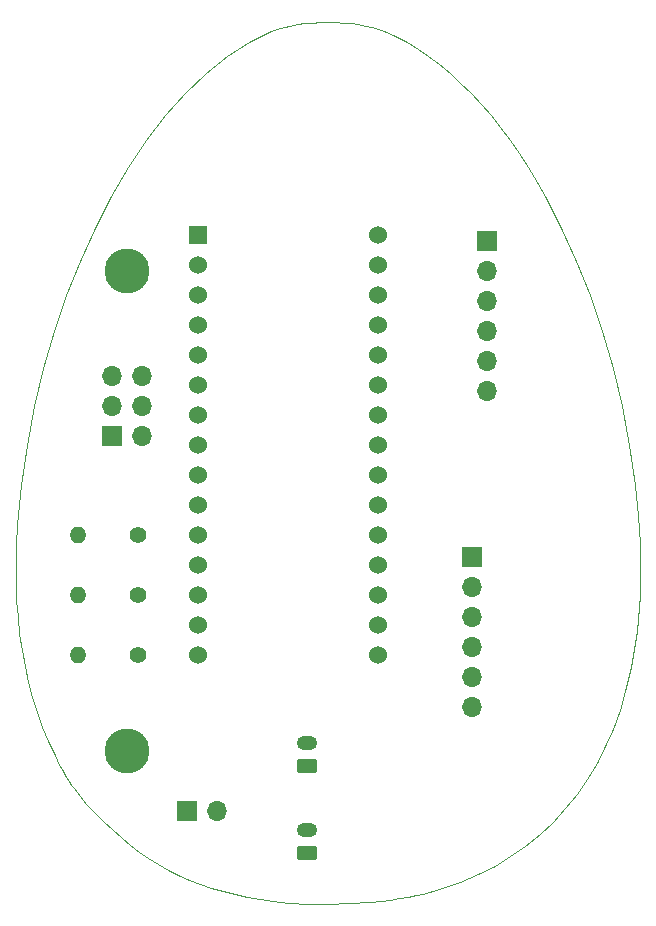
<source format=gbr>
%TF.GenerationSoftware,KiCad,Pcbnew,(6.0.6)*%
%TF.CreationDate,2022-07-21T10:54:16-07:00*%
%TF.ProjectId,ElectronicEggDrop,456c6563-7472-46f6-9e69-634567674472,rev?*%
%TF.SameCoordinates,Original*%
%TF.FileFunction,Copper,L2,Bot*%
%TF.FilePolarity,Positive*%
%FSLAX46Y46*%
G04 Gerber Fmt 4.6, Leading zero omitted, Abs format (unit mm)*
G04 Created by KiCad (PCBNEW (6.0.6)) date 2022-07-21 10:54:16*
%MOMM*%
%LPD*%
G01*
G04 APERTURE LIST*
G04 Aperture macros list*
%AMRoundRect*
0 Rectangle with rounded corners*
0 $1 Rounding radius*
0 $2 $3 $4 $5 $6 $7 $8 $9 X,Y pos of 4 corners*
0 Add a 4 corners polygon primitive as box body*
4,1,4,$2,$3,$4,$5,$6,$7,$8,$9,$2,$3,0*
0 Add four circle primitives for the rounded corners*
1,1,$1+$1,$2,$3*
1,1,$1+$1,$4,$5*
1,1,$1+$1,$6,$7*
1,1,$1+$1,$8,$9*
0 Add four rect primitives between the rounded corners*
20,1,$1+$1,$2,$3,$4,$5,0*
20,1,$1+$1,$4,$5,$6,$7,0*
20,1,$1+$1,$6,$7,$8,$9,0*
20,1,$1+$1,$8,$9,$2,$3,0*%
G04 Aperture macros list end*
%TA.AperFunction,Profile*%
%ADD10C,0.025399*%
%TD*%
%TA.AperFunction,ComponentPad*%
%ADD11R,1.524000X1.524000*%
%TD*%
%TA.AperFunction,ComponentPad*%
%ADD12C,1.524000*%
%TD*%
%TA.AperFunction,ComponentPad*%
%ADD13RoundRect,0.250000X0.625000X-0.350000X0.625000X0.350000X-0.625000X0.350000X-0.625000X-0.350000X0*%
%TD*%
%TA.AperFunction,ComponentPad*%
%ADD14O,1.750000X1.200000*%
%TD*%
%TA.AperFunction,ComponentPad*%
%ADD15C,1.400000*%
%TD*%
%TA.AperFunction,ComponentPad*%
%ADD16O,1.400000X1.400000*%
%TD*%
%TA.AperFunction,ComponentPad*%
%ADD17R,1.700000X1.700000*%
%TD*%
%TA.AperFunction,ComponentPad*%
%ADD18O,1.700000X1.700000*%
%TD*%
%TA.AperFunction,ComponentPad*%
%ADD19C,3.800000*%
%TD*%
G04 APERTURE END LIST*
D10*
X110955611Y-130290463D02*
X110755790Y-129884972D01*
X111953453Y-132047527D02*
X111746614Y-131722071D01*
X109262709Y-126233297D02*
X108865549Y-124967472D01*
X109774374Y-97090331D02*
X110679355Y-93949659D01*
X159048980Y-124434594D02*
X158580224Y-126060765D01*
X132570500Y-67846666D02*
X133224333Y-67810711D01*
X111545642Y-131386665D02*
X111348306Y-131038280D01*
X135197799Y-67846666D02*
X135839665Y-67906591D01*
X133224333Y-67810711D02*
X133884150Y-67798726D01*
X140648716Y-141868040D02*
X139909930Y-141985810D01*
X129108230Y-68565766D02*
X129600509Y-68385991D01*
X107500344Y-112057038D02*
X107589163Y-110413964D01*
X153644037Y-85197673D02*
X154906137Y-87985107D01*
X142399300Y-70666716D02*
X143308753Y-71354665D01*
X114835540Y-135421166D02*
X114835540Y-135421166D01*
X116325886Y-136803079D02*
X115573617Y-136132831D01*
X123565303Y-72103961D02*
X125371362Y-70666342D01*
X129108230Y-68565766D02*
X129108230Y-68565766D01*
X139608018Y-68989629D02*
X140547898Y-69482324D01*
X159048980Y-124434594D02*
X159048980Y-124434594D01*
X138660064Y-68565766D02*
X139608018Y-68989629D01*
X145089993Y-72912702D02*
X145959711Y-73779042D01*
X159518034Y-122405316D02*
X159297061Y-123416277D01*
X138660064Y-68565766D02*
X138660064Y-68565766D01*
X108220406Y-122349862D02*
X107971882Y-120993723D01*
X159297061Y-123416277D02*
X159048980Y-124434594D01*
X117879216Y-138022275D02*
X117093901Y-137432647D01*
X143554273Y-141139184D02*
X141945068Y-141598229D01*
X131304718Y-67990486D02*
X131928634Y-67906591D01*
X115491502Y-82562526D02*
X116951002Y-80084989D01*
X159879333Y-120390834D02*
X159712068Y-121398054D01*
X130594698Y-142383751D02*
X129876023Y-142326217D01*
X143308753Y-71354665D02*
X144205995Y-72103952D01*
X123991364Y-141093309D02*
X123041435Y-140762606D01*
X118496451Y-77785292D02*
X120119529Y-75678508D01*
X148472852Y-76704865D02*
X149275113Y-77782827D01*
X153978971Y-134376577D02*
X152929983Y-135506280D01*
X121224558Y-139996134D02*
X120354502Y-139558891D01*
X159387783Y-103616389D02*
X159860427Y-106976540D01*
X160134238Y-118361896D02*
X160020000Y-119380000D01*
X158762879Y-100314217D02*
X159387783Y-103616389D01*
X118683385Y-138572699D02*
X117879216Y-138022275D01*
X119507963Y-139084659D02*
X118683385Y-138572699D01*
X150605633Y-137530539D02*
X149333701Y-138421653D01*
X107589163Y-110413964D02*
X107725092Y-108721190D01*
X151804966Y-136558174D02*
X150605633Y-137530539D01*
X127025762Y-141884150D02*
X125981973Y-141653343D01*
X133884150Y-67798726D02*
X134543966Y-67810711D01*
X123041435Y-140762606D02*
X122119684Y-140397127D01*
X125371362Y-70666342D02*
X127221777Y-69481919D01*
X158023432Y-127621175D02*
X157380321Y-129114104D01*
X154950214Y-133170787D02*
X153978971Y-134376577D01*
X150820251Y-80081543D02*
X151561060Y-81298549D01*
X157993989Y-97085013D02*
X158762879Y-100314217D01*
X159860427Y-106976540D02*
X159860427Y-106976540D01*
X111348306Y-131038280D02*
X111152373Y-130673889D01*
X145959711Y-73779042D02*
X146814117Y-74701098D01*
X129218078Y-142251046D02*
X129218078Y-142251031D01*
X120119529Y-75678508D02*
X121811920Y-73779707D01*
X158580224Y-126060765D02*
X158023432Y-127621175D01*
X109005252Y-100318416D02*
X109774374Y-97090331D01*
X140547898Y-69482324D02*
X141478670Y-70041978D01*
X130704736Y-68098351D02*
X131304718Y-67990486D01*
X113753080Y-134301541D02*
X113442680Y-133960930D01*
X154906137Y-87985107D02*
X156057345Y-90905468D01*
X160274181Y-111895825D02*
X160314946Y-113034339D01*
X111746614Y-131722071D02*
X111545642Y-131386665D01*
X114126269Y-85202833D02*
X115491502Y-82562526D01*
X113153769Y-133631570D02*
X112884117Y-133310431D01*
X124971025Y-141389976D02*
X123991364Y-141093309D01*
X157380321Y-129114104D02*
X156652603Y-130537829D01*
X112393660Y-132680707D02*
X112168391Y-132366063D01*
X160222218Y-117332865D02*
X160134238Y-118361896D01*
X137063561Y-68098351D02*
X137633624Y-68230186D01*
X129600509Y-68385991D02*
X130134672Y-68230186D01*
X112884117Y-133310431D02*
X112631491Y-132994486D01*
X132177898Y-142447768D02*
X130594698Y-142383751D01*
X147990883Y-139229796D02*
X146578896Y-139953246D01*
X110207559Y-128689869D02*
X109709955Y-127473370D01*
X137633624Y-68230186D02*
X138167786Y-68385991D01*
X128103946Y-142083133D02*
X127025762Y-141884150D01*
X149275113Y-77782827D02*
X150057924Y-78909011D01*
X145099455Y-140590282D02*
X143554273Y-141139184D01*
X156652603Y-130537829D02*
X155841996Y-131890631D01*
X107458904Y-113652591D02*
X107500344Y-112057038D01*
X127221777Y-69481919D02*
X129108230Y-68565766D01*
X130134672Y-68230186D02*
X130704736Y-68098351D01*
X141330124Y-141738691D02*
X140648716Y-141868040D01*
X108380308Y-103618843D02*
X109005252Y-100318416D01*
X125981973Y-141653343D02*
X124971025Y-141389976D01*
X109709955Y-127473370D02*
X109262709Y-126233297D01*
X107907859Y-106976540D02*
X107907859Y-106976540D01*
X135673308Y-142384656D02*
X133894995Y-142446827D01*
X114835540Y-135421166D02*
X114087203Y-134656432D01*
X138167786Y-68385991D02*
X138660064Y-68565766D01*
X144205995Y-72103952D02*
X145089993Y-72912702D01*
X129218078Y-142251031D02*
X128103946Y-142083133D01*
X146814117Y-74701098D02*
X147652175Y-75676997D01*
X160020000Y-119380000D02*
X159879333Y-120390834D01*
X107519249Y-116709839D02*
X107465116Y-115202799D01*
X159712068Y-121398054D02*
X159518034Y-122405316D01*
X111152373Y-130673889D02*
X110955611Y-130290463D01*
X160320080Y-115227395D02*
X160284108Y-116289250D01*
X141478670Y-70041978D02*
X142399300Y-70666716D01*
X108518205Y-123673720D02*
X108220406Y-122349862D01*
X112168391Y-132366063D02*
X111953453Y-132047527D01*
X112631491Y-132994486D02*
X112393660Y-132680707D01*
X110755790Y-129884972D02*
X110755790Y-129884972D01*
X150057924Y-78909011D02*
X150820251Y-80081543D01*
X152929983Y-135506280D02*
X151804966Y-136558174D01*
X114087203Y-134656432D02*
X113753080Y-134301541D01*
X129218078Y-142251046D02*
X129218078Y-142251046D01*
X159860427Y-106976540D02*
X160117102Y-109516541D01*
X152279317Y-82558155D02*
X153644037Y-85197673D01*
X110755790Y-129884972D02*
X110207559Y-128689869D01*
X141945068Y-141598229D02*
X141945068Y-141598229D01*
X113442680Y-133960930D02*
X113153769Y-133631570D01*
X121811920Y-73779707D02*
X123565303Y-72103961D01*
X160284108Y-116289250D02*
X160222218Y-117332865D01*
X112863621Y-87990839D02*
X114126269Y-85202833D01*
X135839665Y-67906591D02*
X136463580Y-67990486D01*
X133894995Y-142446827D02*
X132177898Y-142447768D01*
X115573617Y-136132831D02*
X114835540Y-135421166D01*
X141945068Y-141598229D02*
X141330124Y-141738691D01*
X107465116Y-115202799D02*
X107458904Y-113652591D01*
X160330303Y-114143644D02*
X160320080Y-115227395D01*
X107621574Y-118175888D02*
X107519249Y-116709839D01*
X147652175Y-75676997D02*
X148472852Y-76704865D01*
X117093901Y-137432647D02*
X116325886Y-136803079D01*
X111711877Y-90911471D02*
X112863621Y-87990839D01*
X108865549Y-124967472D02*
X108518205Y-123673720D01*
X155841996Y-131890631D02*
X154950214Y-133170787D01*
X156057345Y-90905468D02*
X157089387Y-93943767D01*
X157089387Y-93943767D02*
X157993989Y-97085013D01*
X107971882Y-120993723D02*
X107772361Y-119603123D01*
X151561060Y-81298549D02*
X152279317Y-82558155D01*
X110679355Y-93949659D02*
X111711877Y-90911471D01*
X139909930Y-141985810D02*
X139122851Y-142091534D01*
X160314946Y-113034339D02*
X160330303Y-114143644D01*
X107772361Y-119603123D02*
X107621574Y-118175888D01*
X136463580Y-67990486D02*
X137063561Y-68098351D01*
X149333701Y-138421653D02*
X147990883Y-139229796D01*
X122119684Y-140397127D02*
X121224558Y-139996134D01*
X116951002Y-80084989D02*
X118496451Y-77785292D01*
X160117102Y-109516541D02*
X160274181Y-111895825D01*
X107907859Y-106976540D02*
X108380308Y-103618843D01*
X137440155Y-142264982D02*
X135673308Y-142384656D01*
X139122851Y-142091534D02*
X137440155Y-142264982D01*
X134543966Y-67810711D02*
X135197799Y-67846666D01*
X107725092Y-108721190D02*
X107907859Y-106976540D01*
X120354502Y-139558891D02*
X119507963Y-139084659D01*
X129876023Y-142326217D02*
X129218078Y-142251046D01*
X146578896Y-139953246D02*
X145099455Y-140590282D01*
X131928634Y-67906591D02*
X132570500Y-67846666D01*
D11*
%TO.P,Arduino Nano,1,D13/GPIO6*%
%TO.N,Net-(Arduino_Nano1-Pad1)*%
X122891023Y-85811217D03*
D12*
%TO.P,Arduino Nano,2,+3V3*%
%TO.N,Net-(Arduino_Nano1-Pad2)*%
X122891023Y-88351217D03*
%TO.P,Arduino Nano,3,AREF*%
%TO.N,unconnected-(Arduino_Nano1-Pad3)*%
X122891023Y-90891217D03*
%TO.P,Arduino Nano,4,A0/DAC0/GPIO26*%
%TO.N,unconnected-(Arduino_Nano1-Pad4)*%
X122891023Y-93431217D03*
%TO.P,Arduino Nano,5,A1/GPIO27*%
%TO.N,unconnected-(Arduino_Nano1-Pad5)*%
X122891023Y-95971217D03*
%TO.P,Arduino Nano,6,A2/GPIO28*%
%TO.N,unconnected-(Arduino_Nano1-Pad6)*%
X122891023Y-98511217D03*
%TO.P,Arduino Nano,7,A3/GPIO29*%
%TO.N,unconnected-(Arduino_Nano1-Pad7)*%
X122891023Y-101051217D03*
%TO.P,Arduino Nano,8,A4/GPIO12*%
%TO.N,unconnected-(Arduino_Nano1-Pad8)*%
X122891023Y-103591217D03*
%TO.P,Arduino Nano,9,A5/GPIO13*%
%TO.N,unconnected-(Arduino_Nano1-Pad9)*%
X122891023Y-106131217D03*
%TO.P,Arduino Nano,10,A6*%
%TO.N,unconnected-(Arduino_Nano1-Pad10)*%
X122891023Y-108671217D03*
%TO.P,Arduino Nano,11,A7*%
%TO.N,unconnected-(Arduino_Nano1-Pad11)*%
X122891023Y-111211217D03*
%TO.P,Arduino Nano,12,+5V*%
%TO.N,Net-(Arduino_Nano1-Pad12)*%
X122891023Y-113751217D03*
%TO.P,Arduino Nano,13,QSPI_~{RESET}*%
%TO.N,unconnected-(Arduino_Nano1-Pad13)*%
X122891023Y-116291217D03*
%TO.P,Arduino Nano,14,GND*%
%TO.N,GND*%
X122891023Y-118831217D03*
%TO.P,Arduino Nano,15,VIN*%
%TO.N,Net-(Arduino_Nano1-Pad15)*%
X122891023Y-121371217D03*
%TO.P,Arduino Nano,16,TX*%
%TO.N,unconnected-(Arduino_Nano1-Pad16)*%
X138131023Y-121371217D03*
%TO.P,Arduino Nano,17,RX*%
%TO.N,unconnected-(Arduino_Nano1-Pad17)*%
X138131023Y-118831217D03*
%TO.P,Arduino Nano,18,~{RESET}*%
%TO.N,unconnected-(Arduino_Nano1-Pad18)*%
X138131023Y-116291217D03*
%TO.P,Arduino Nano,19,GND*%
%TO.N,GND*%
X138131023Y-113751217D03*
%TO.P,Arduino Nano,20,D2/GPIO25*%
%TO.N,Net-(Arduino_Nano1-Pad20)*%
X138131023Y-111211217D03*
%TO.P,Arduino Nano,21,D3/GPIO15*%
%TO.N,Net-(Arduino_Nano1-Pad21)*%
X138131023Y-108671217D03*
%TO.P,Arduino Nano,22,D4/GPIO26*%
%TO.N,Net-(Arduino_Nano1-Pad22)*%
X138131023Y-106131217D03*
%TO.P,Arduino Nano,23,D5/GPIO17*%
%TO.N,Net-(Arduino_Nano1-Pad23)*%
X138131023Y-103591217D03*
%TO.P,Arduino Nano,24,D6/GPIO18*%
%TO.N,Net-(Arduino_Nano1-Pad24)*%
X138131023Y-101051217D03*
%TO.P,Arduino Nano,25,D7/GPIO19*%
%TO.N,Net-(Arduino_Nano1-Pad25)*%
X138131023Y-98511217D03*
%TO.P,Arduino Nano,26,D8/GPIO20*%
%TO.N,Net-(Arduino_Nano1-Pad26)*%
X138131023Y-95971217D03*
%TO.P,Arduino Nano,27,D9/GPIO21*%
%TO.N,unconnected-(Arduino_Nano1-Pad27)*%
X138131023Y-93431217D03*
%TO.P,Arduino Nano,28,D10/GPIO5*%
%TO.N,Net-(Arduino_Nano1-Pad28)*%
X138131023Y-90891217D03*
%TO.P,Arduino Nano,29,D11/GPIO7/COPI*%
%TO.N,Net-(Arduino_Nano1-Pad29)*%
X138131023Y-88351217D03*
%TO.P,Arduino Nano,30,D12/GPIO4/CIPO*%
%TO.N,Net-(Arduino_Nano1-Pad30)*%
X138131023Y-85811217D03*
%TD*%
D13*
%TO.P,+3.7v,1,Pin_1*%
%TO.N,Net-(Power_SW1-Pad2)*%
X132080000Y-138160000D03*
D14*
%TO.P,+3.7v,2,Pin_2*%
%TO.N,Net-(Power_Terminal1-Pad1)*%
X132080000Y-136160000D03*
%TD*%
D15*
%TO.P,R2,1*%
%TO.N,Net-(Arduino_Nano1-Pad25)*%
X117811023Y-116291217D03*
D16*
%TO.P,R2,2*%
%TO.N,Net-(Indicator_LEDs1-Pad3)*%
X112731023Y-116291217D03*
%TD*%
D17*
%TO.P,Indicator_LEDs1,1,RK*%
%TO.N,Net-(Indicator_LEDs1-Pad1)*%
X115570000Y-102870000D03*
D18*
%TO.P,Indicator_LEDs1,2,A*%
%TO.N,GND*%
X118110000Y-102870000D03*
%TO.P,Indicator_LEDs1,3,GK*%
%TO.N,Net-(Indicator_LEDs1-Pad3)*%
X115570000Y-100330000D03*
%TO.P,Indicator_LEDs1,4,BK*%
%TO.N,Net-(Indicator_LEDs1-Pad4)*%
X118110000Y-100330000D03*
%TO.P,Indicator_LEDs1,5*%
%TO.N,N/C*%
X115570000Y-97790000D03*
%TO.P,Indicator_LEDs1,6*%
X118110000Y-97790000D03*
%TD*%
D15*
%TO.P,R3,1*%
%TO.N,Net-(Arduino_Nano1-Pad26)*%
X117811023Y-121371217D03*
D16*
%TO.P,R3,2*%
%TO.N,Net-(Indicator_LEDs1-Pad4)*%
X112731023Y-121371217D03*
%TD*%
D19*
%TO.P,REF\u002A\u002A,1*%
%TO.N,N/C*%
X116840000Y-129540000D03*
%TD*%
D17*
%TO.P,Switch,1,A*%
%TO.N,Net-(Arduino_Nano1-Pad15)*%
X121920000Y-134620000D03*
D18*
%TO.P,Switch,2,B*%
%TO.N,Net-(Power_SW1-Pad2)*%
X124460000Y-134620000D03*
%TD*%
D15*
%TO.P,R1,1*%
%TO.N,Net-(Arduino_Nano1-Pad24)*%
X117811023Y-111211217D03*
D16*
%TO.P,R1,2*%
%TO.N,Net-(Indicator_LEDs1-Pad1)*%
X112731023Y-111211217D03*
%TD*%
D13*
%TO.P,+3.7V,1,Pin_1*%
%TO.N,Net-(Power_Terminal1-Pad1)*%
X132080000Y-130810000D03*
D14*
%TO.P,+3.7V,2,Pin_2*%
%TO.N,GND*%
X132080000Y-128810000D03*
%TD*%
D19*
%TO.P,REF\u002A\u002A,1*%
%TO.N,N/C*%
X116840000Y-88900000D03*
%TD*%
D17*
%TO.P,LIS3DH Connector,1,Pin_1*%
%TO.N,Net-(Arduino_Nano1-Pad12)*%
X146075000Y-113055000D03*
D18*
%TO.P,LIS3DH Connector,2,Pin_2*%
%TO.N,GND*%
X146075000Y-115595000D03*
%TO.P,LIS3DH Connector,3,Pin_3*%
%TO.N,Net-(Arduino_Nano1-Pad20)*%
X146075000Y-118135000D03*
%TO.P,LIS3DH Connector,4,Pin_4*%
%TO.N,Net-(Arduino_Nano1-Pad22)*%
X146075000Y-120675000D03*
%TO.P,LIS3DH Connector,5,Pin_5*%
%TO.N,Net-(Arduino_Nano1-Pad21)*%
X146075000Y-123215000D03*
%TO.P,LIS3DH Connector,6,Pin_6*%
%TO.N,Net-(Arduino_Nano1-Pad23)*%
X146075000Y-125755000D03*
%TD*%
D17*
%TO.P,SD Card Reader Connector,1,Pin_1*%
%TO.N,Net-(Arduino_Nano1-Pad2)*%
X147320000Y-86360000D03*
D18*
%TO.P,SD Card Reader Connector,2,Pin_2*%
%TO.N,GND*%
X147320000Y-88900000D03*
%TO.P,SD Card Reader Connector,3,Pin_3*%
%TO.N,Net-(Arduino_Nano1-Pad1)*%
X147320000Y-91440000D03*
%TO.P,SD Card Reader Connector,4,Pin_4*%
%TO.N,Net-(Arduino_Nano1-Pad30)*%
X147320000Y-93980000D03*
%TO.P,SD Card Reader Connector,5,Pin_5*%
%TO.N,Net-(Arduino_Nano1-Pad29)*%
X147320000Y-96520000D03*
%TO.P,SD Card Reader Connector,6,Pin_6*%
%TO.N,Net-(Arduino_Nano1-Pad28)*%
X147320000Y-99060000D03*
%TD*%
M02*

</source>
